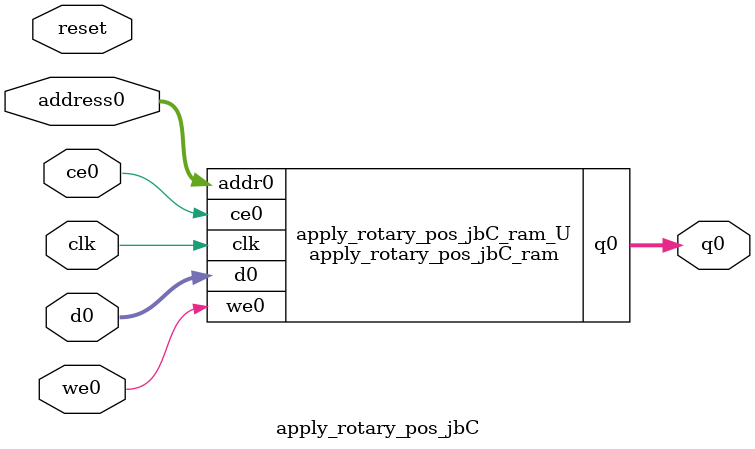
<source format=v>
`timescale 1 ns / 1 ps
module apply_rotary_pos_jbC_ram (addr0, ce0, d0, we0, q0,  clk);

parameter DWIDTH = 40;
parameter AWIDTH = 11;
parameter MEM_SIZE = 1536;

input[AWIDTH-1:0] addr0;
input ce0;
input[DWIDTH-1:0] d0;
input we0;
output reg[DWIDTH-1:0] q0;
input clk;

(* ram_style = "block" *)reg [DWIDTH-1:0] ram[0:MEM_SIZE-1];




always @(posedge clk)  
begin 
    if (ce0) begin
        if (we0) 
            ram[addr0] <= d0; 
        q0 <= ram[addr0];
    end
end


endmodule

`timescale 1 ns / 1 ps
module apply_rotary_pos_jbC(
    reset,
    clk,
    address0,
    ce0,
    we0,
    d0,
    q0);

parameter DataWidth = 32'd40;
parameter AddressRange = 32'd1536;
parameter AddressWidth = 32'd11;
input reset;
input clk;
input[AddressWidth - 1:0] address0;
input ce0;
input we0;
input[DataWidth - 1:0] d0;
output[DataWidth - 1:0] q0;



apply_rotary_pos_jbC_ram apply_rotary_pos_jbC_ram_U(
    .clk( clk ),
    .addr0( address0 ),
    .ce0( ce0 ),
    .we0( we0 ),
    .d0( d0 ),
    .q0( q0 ));

endmodule


</source>
